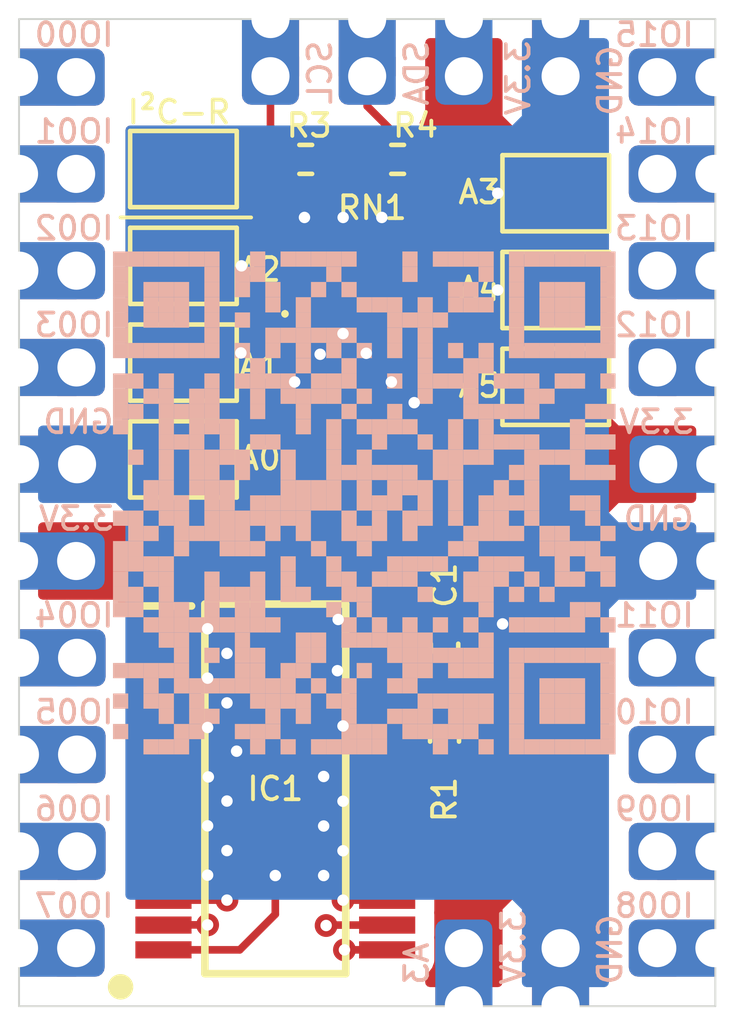
<source format=kicad_pcb>
(kicad_pcb (version 20240108) (generator "pcbnew") (generator_version "8.0")
  (layers (0 "F.Cu" signal) (1 "In1.Cu" signal) (2 "In2.Cu" signal) (31 "B.Cu" signal) (34 "B.Paste" user) (35 "F.Paste" user) (36 "B.SilkS" user "B.Silkscreen") (37 "F.SilkS" user "F.Silkscreen") (38 "B.Mask" user) (39 "F.Mask" user) (44 "Edge.Cuts" user))
  (net 0 "")
  (net 1 "/A2")
  (net 2 "/A1")
  (net 3 "/IO14")
  (net 5 "/IO4")
  (net 6 "/IO15")
  (net 7 "/A5")
  (net 8 "/IO2")
  (net 9 "/SCL")
  (net 10 "/IO11")
  (net 11 "GNDD")
  (net 12 "/IO1")
  (net 13 "/IO5")
  (net 14 "/A3")
  (net 15 "/IO13")
  (net 16 "/IO10")
  (net 17 "/IO8")
  (net 18 "/IO12")
  (net 19 "/A0")
  (net 20 "+3.3V")
  (net 21 "/A4")
  (net 22 "/IO3")
  (net 23 "/IO6")
  (net 24 "/IO7")
  (net 25 "/IO0")
  (net 26 "/IO9")
  (net 27 "/~{OE}")
  (net 28 "/SDA")
  (net 29 "Net-(JP2-A)")
  (footprint "Castellated_Holes:Castellated_Hole02" (layer "F.Cu") (at 96.52 79.756)
    (property "Reference" "J1" (hide yes))
    (property "Value" "~" (hide yes))
    (pad "1" thru_hole rect (at 0 0) (size 1.5 1.5) (drill 1 (offset 0.75 0)) (property pad_prop_castellated) (layers "*.Cu" "*.Mask") (net 25 "/IO0"))
    (pad "1" thru_hole roundrect (at 1.5 0) (size 1.5 1.5) (drill 1) (property pad_prop_castellated) (layers "*.Cu" "*.Mask") (roundrect_rratio 0.1666666667) (net 25 "/IO0"))
  )
  (footprint "Jumper:SolderJumper-2_P1.3mm_Open_TrianglePad1.0x1.5mm" (layer "F.Cu") (at 110.617 82.804)
    (property "Reference" "JP5" (hide yes))
    (property "Value" "SolderJumper_2_Open" (hide yes))
    (pad "1" smd custom (at -0.725 0) (size 0.3 0.3) (layers "F.Cu" "F.Mask") (net 14 "/A3") (options (clearance outline) (anchor rect)) (primitives (gr_poly (pts (xy 1 0) (xy 0.5 0.75) (xy -0.5 0.75) (xy -0.5 -0.75) (xy 0.5 -0.75)) (width 0) (fill yes))))
    (pad "2" smd custom (at 0.725 0) (size 0.3 0.3) (layers "F.Cu" "F.Mask") (net 20 "+3.3V") (options (clearance outline) (anchor rect)) (primitives (gr_poly (pts (xy 0.5 0.75) (xy -0.65 0.75) (xy -0.15 0) (xy -0.65 -0.75) (xy 0.5 -0.75)) (width 0) (fill yes))))
  )
  (footprint "Castellated_Holes:Castellated_Hole02" (layer "F.Cu") (at 114.784 102.616 180)
    (property "Reference" "J9" (hide yes))
    (property "Value" "~" (hide yes))
    (pad "1" thru_hole rect (at 0 0 180) (size 1.5 1.5) (drill 1 (offset 0.75 0)) (property pad_prop_castellated) (layers "*.Cu" "*.Mask") (net 17 "/IO8"))
    (pad "1" thru_hole roundrect (at 1.5 0 180) (size 1.5 1.5) (drill 1) (property pad_prop_castellated) (layers "*.Cu" "*.Mask") (roundrect_rratio 0.1666666667) (net 17 "/IO8"))
  )
  (footprint "Castellated_Holes:Castellated_Hole02" (layer "F.Cu") (at 114.784 87.376 180)
    (property "Reference" "J13" (hide yes))
    (property "Value" "~" (hide yes))
    (pad "1" thru_hole rect (at 0 0 180) (size 1.5 1.5) (drill 1 (offset 0.75 0)) (property pad_prop_castellated) (layers "*.Cu" "*.Mask") (net 18 "/IO12"))
    (pad "1" thru_hole roundrect (at 1.5 0 180) (size 1.5 1.5) (drill 1) (property pad_prop_castellated) (layers "*.Cu" "*.Mask") (roundrect_rratio 0.1666666667) (net 18 "/IO12"))
  )
  (footprint "Resistor_SMD:R_0402_1005Metric_Pad0.72x0.64mm_HandSolder" (layer "F.Cu") (at 106.4635 81.915 180)
    (property "Reference" "R4" (at -0.4705 0.889 180) (layer "F.SilkS") (effects (font (size 0.6 0.6) (thickness 0.1) (bold yes))))
    (property "Value" "10k" (hide yes))
    (pad "1" smd roundrect (at -0.5975 0 180) (size 0.715 0.64) (layers "F.Cu" "F.Paste" "F.Mask") (net 28 "/SDA"))
    (pad "2" smd roundrect (at 0.5975 0 180) (size 0.715 0.64) (layers "F.Cu" "F.Paste" "F.Mask") (net 29 "Net-(JP2-A)"))
  )
  (footprint "Castellated_Holes:Castellated_Hole02" (layer "F.Cu") (at 114.784 94.996 180)
    (property "Reference" "J12" (hide yes))
    (property "Value" "~" (hide yes))
    (pad "1" thru_hole rect (at 0 0 180) (size 1.5 1.5) (drill 1 (offset 0.75 0)) (property pad_prop_castellated) (layers "*.Cu" "*.Mask") (net 10 "/IO11"))
    (pad "1" thru_hole roundrect (at 1.5 0 180) (size 1.5 1.5) (drill 1) (property pad_prop_castellated) (layers "*.Cu" "*.Mask") (roundrect_rratio 0.1666666667) (net 10 "/IO11"))
  )
  (footprint "Castellated_Holes:Castellated_Hole02" (layer "F.Cu") (at 114.784 97.536 180)
    (property "Reference" "J11" (hide yes))
    (property "Value" "~" (hide yes))
    (pad "1" thru_hole rect (at 0 0 180) (size 1.5 1.5) (drill 1 (offset 0.75 0)) (property pad_prop_castellated) (layers "*.Cu" "*.Mask") (net 16 "/IO10"))
    (pad "1" thru_hole roundrect (at 1.5 0 180) (size 1.5 1.5) (drill 1) (property pad_prop_castellated) (layers "*.Cu" "*.Mask") (roundrect_rratio 0.1666666667) (net 16 "/IO10"))
  )
  (footprint "Jumper:SolderJumper-2_P1.3mm_Open_TrianglePad1.0x1.5mm" (layer "F.Cu") (at 100.838 82.169 180)
    (property "Reference" "JP2" (hide yes))
    (property "Value" "SolderJumper_2_Open" (hide yes))
    (pad "1" smd custom (at -0.725 0 180) (size 0.3 0.3) (layers "F.Cu" "F.Mask") (net 29 "Net-(JP2-A)") (options (clearance outline) (anchor rect)) (primitives (gr_poly (pts (xy 1 0) (xy 0.5 0.75) (xy -0.5 0.75) (xy -0.5 -0.75) (xy 0.5 -0.75)) (width 0) (fill yes))))
    (pad "2" smd custom (at 0.725 0 180) (size 0.3 0.3) (layers "F.Cu" "F.Mask") (net 20 "+3.3V") (options (clearance outline) (anchor rect)) (primitives (gr_poly (pts (xy 0.5 0.75) (xy -0.65 0.75) (xy -0.15 0) (xy -0.65 -0.75) (xy 0.5 -0.75)) (width 0) (fill yes))))
  )
  (footprint "Castellated_Holes:Castellated_Hole02" (layer "F.Cu") (at 96.544 94.996)
    (property "Reference" "J5" (hide yes))
    (property "Value" "~" (hide yes))
    (pad "1" thru_hole rect (at 0 0) (size 1.5 1.5) (drill 1 (offset 0.75 0)) (property pad_prop_castellated) (layers "*.Cu" "*.Mask") (net 5 "/IO4"))
    (pad "1" thru_hole roundrect (at 1.5 0) (size 1.5 1.5) (drill 1) (property pad_prop_castellated) (layers "*.Cu" "*.Mask") (roundrect_rratio 0.1666666667) (net 5 "/IO4"))
  )
  (footprint "Resistor_SMD:R_0402_1005Metric_Pad0.72x0.64mm_HandSolder" (layer "F.Cu") (at 104.0505 81.915)
    (property "Reference" "R3" (at 0.0895 -0.889 0) (layer "F.SilkS") (effects (font (size 0.6 0.6) (thickness 0.1) (bold yes))))
    (property "Value" "10k" (hide yes))
    (pad "1" smd roundrect (at -0.5975 0) (size 0.715 0.64) (layers "F.Cu" "F.Paste" "F.Mask") (net 9 "/SCL"))
    (pad "2" smd roundrect (at 0.5975 0) (size 0.715 0.64) (layers "F.Cu" "F.Paste" "F.Mask") (net 29 "Net-(JP2-A)"))
  )
  (footprint "Castellated_Holes:Castellated_Hole02" (layer "F.Cu") (at 110.744 78.232 -90)
    (property "Reference" "J30" (hide yes))
    (property "Value" "~" (hide yes))
    (pad "1" thru_hole rect (at 0 0 270) (size 1.5 1.5) (drill 1 (offset 0.75 0)) (property pad_prop_castellated) (layers "*.Cu" "*.Mask") (net 11 "GNDD"))
    (pad "1" thru_hole roundrect (at 1.5 0 270) (size 1.5 1.5) (drill 1) (property pad_prop_castellated) (layers "*.Cu" "*.Mask") (roundrect_rratio 0.1666666667) (net 11 "GNDD"))
  )
  (footprint "Castellated_Holes:Castellated_Hole02" (layer "F.Cu") (at 108.204 104.116 90)
    (property "Reference" "J21" (hide yes))
    (property "Value" "~" (hide yes))
    (pad "1" thru_hole rect (at 0 0 90) (size 1.5 1.5) (drill 1 (offset 0.75 0)) (property pad_prop_castellated) (layers "*.Cu" "*.Mask") (net 20 "+3.3V"))
    (pad "1" thru_hole roundrect (at 1.5 0 90) (size 1.5 1.5) (drill 1) (property pad_prop_castellated) (layers "*.Cu" "*.Mask") (roundrect_rratio 0.1666666667) (net 20 "+3.3V"))
  )
  (footprint "Castellated_Holes:Castellated_Hole02" (layer "F.Cu") (at 96.544 100.076)
    (property "Reference" "J7" (hide yes))
    (property "Value" "~" (hide yes))
    (pad "1" thru_hole rect (at 0 0) (size 1.5 1.5) (drill 1 (offset 0.75 0)) (property pad_prop_castellated) (layers "*.Cu" "*.Mask") (net 23 "/IO6"))
    (pad "1" thru_hole roundrect (at 1.5 0) (size 1.5 1.5) (drill 1) (property pad_prop_castellated) (layers "*.Cu" "*.Mask") (roundrect_rratio 0.1666666667) (net 23 "/IO6"))
  )
  (footprint "Castellated_Holes:Castellated_Hole02" (layer "F.Cu") (at 96.52 92.456)
    (property "Reference" "J19" (hide yes))
    (property "Value" "~" (hide yes))
    (pad "1" thru_hole rect (at 0 0) (size 1.5 1.5) (drill 1 (offset 0.75 0)) (property pad_prop_castellated) (layers "*.Cu" "*.Mask") (net 20 "+3.3V"))
    (pad "1" thru_hole roundrect (at 1.5 0) (size 1.5 1.5) (drill 1) (property pad_prop_castellated) (layers "*.Cu" "*.Mask") (roundrect_rratio 0.1666666667) (net 20 "+3.3V"))
  )
  (footprint "Castellated_Holes:Castellated_Hole02" (layer "F.Cu") (at 108.204 78.232 -90)
    (property "Reference" "J23" (hide yes))
    (property "Value" "~" (hide yes))
    (pad "1" thru_hole rect (at 0 0 270) (size 1.5 1.5) (drill 1 (offset 0.75 0)) (property pad_prop_castellated) (layers "*.Cu" "*.Mask") (net 20 "+3.3V"))
    (pad "1" thru_hole roundrect (at 1.5 0 270) (size 1.5 1.5) (drill 1) (property pad_prop_castellated) (layers "*.Cu" "*.Mask") (roundrect_rratio 0.1666666667) (net 20 "+3.3V"))
  )
  (footprint "Castellated_Holes:Castellated_Hole02" (layer "F.Cu") (at 114.784 82.296 180)
    (property "Reference" "J15" (hide yes))
    (property "Value" "~" (hide yes))
    (pad "1" thru_hole rect (at 0 0 180) (size 1.5 1.5) (drill 1 (offset 0.75 0)) (property pad_prop_castellated) (layers "*.Cu" "*.Mask") (net 3 "/IO14"))
    (pad "1" thru_hole roundrect (at 1.5 0 180) (size 1.5 1.5) (drill 1) (property pad_prop_castellated) (layers "*.Cu" "*.Mask") (roundrect_rratio 0.1666666667) (net 3 "/IO14"))
  )
  (footprint "library:SOP65P640X110-28N" (layer "F.Cu") (at 103.251 98.436)
    (property "Reference" "IC1" (at 0 0 0) (layer "F.SilkS") (effects (font (size 0.6 0.6) (thickness 0.1) (bold yes))))
    (property "Value" "PCA9685PW,118" (hide yes))
    (pad "1" smd rect (at -2.938 -4.225 90) (size 0.45 1.475) (layers "F.Cu" "F.Paste" "F.Mask") (net 19 "/A0"))
    (pad "2" smd rect (at -2.938 -3.575 90) (size 0.45 1.475) (layers "F.Cu" "F.Paste" "F.Mask") (net 2 "/A1"))
    (pad "3" smd rect (at -2.938 -2.925 90) (size 0.45 1.475) (layers "F.Cu" "F.Paste" "F.Mask") (net 1 "/A2"))
    (pad "4" smd rect (at -2.938 -2.275 90) (size 0.45 1.475) (layers "F.Cu" "F.Paste" "F.Mask") (net 14 "/A3"))
    (pad "5" smd rect (at -2.938 -1.625 90) (size 0.45 1.475) (layers "F.Cu" "F.Paste" "F.Mask") (net 21 "/A4"))
    (pad "6" smd rect (at -2.938 -0.975 90) (size 0.45 1.475) (layers "F.Cu" "F.Paste" "F.Mask") (net 25 "/IO0"))
    (pad "7" smd rect (at -2.938 -0.325 90) (size 0.45 1.475) (layers "F.Cu" "F.Paste" "F.Mask") (net 12 "/IO1"))
    (pad "8" smd rect (at -2.938 0.325 90) (size 0.45 1.475) (layers "F.Cu" "F.Paste" "F.Mask") (net 8 "/IO2"))
    (pad "9" smd rect (at -2.938 0.975 90) (size 0.45 1.475) (layers "F.Cu" "F.Paste" "F.Mask") (net 22 "/IO3"))
    (pad "10" smd rect (at -2.938 1.625 90) (size 0.45 1.475) (layers "F.Cu" "F.Paste" "F.Mask") (net 5 "/IO4"))
    (pad "11" smd rect (at -2.938 2.275 90) (size 0.45 1.475) (layers "F.Cu" "F.Paste" "F.Mask") (net 13 "/IO5"))
    (pad "12" smd rect (at -2.938 2.925 90) (size 0.45 1.475) (layers "F.Cu" "F.Paste" "F.Mask") (net 23 "/IO6"))
    (pad "13" smd rect (at -2.938 3.575 90) (size 0.45 1.475) (layers "F.Cu" "F.Paste" "F.Mask") (net 24 "/IO7"))
    (pad "14" smd rect (at -2.938 4.225 90) (size 0.45 1.475) (layers "F.Cu" "F.Paste" "F.Mask") (net 11 "GNDD"))
    (pad "15" smd rect (at 2.938 4.225 90) (size 0.45 1.475) (layers "F.Cu" "F.Paste" "F.Mask") (net 17 "/IO8"))
    (pad "16" smd rect (at 2.938 3.575 90) (size 0.45 1.475) (layers "F.Cu" "F.Paste" "F.Mask") (net 26 "/IO9"))
    (pad "17" smd rect (at 2.938 2.925 90) (size 0.45 1.475) (layers "F.Cu" "F.Paste" "F.Mask") (net 16 "/IO10"))
    (pad "18" smd rect (at 2.938 2.275 90) (size 0.45 1.475) (layers "F.Cu" "F.Paste" "F.Mask") (net 10 "/IO11"))
    (pad "19" smd rect (at 2.938 1.625 90) (size 0.45 1.475) (layers "F.Cu" "F.Paste" "F.Mask") (net 18 "/IO12"))
    (pad "20" smd rect (at 2.938 0.975 90) (size 0.45 1.475) (layers "F.Cu" "F.Paste" "F.Mask") (net 15 "/IO13"))
    (pad "21" smd rect (at 2.938 0.325 90) (size 0.45 1.475) (layers "F.Cu" "F.Paste" "F.Mask") (net 3 "/IO14"))
    (pad "22" smd rect (at 2.938 -0.325 90) (size 0.45 1.475) (layers "F.Cu" "F.Paste" "F.Mask") (net 6 "/IO15"))
    (pad "23" smd rect (at 2.938 -0.975 90) (size 0.45 1.475) (layers "F.Cu" "F.Paste" "F.Mask") (net 27 "/~{OE}"))
    (pad "24" smd rect (at 2.938 -1.625 90) (size 0.45 1.475) (layers "F.Cu" "F.Paste" "F.Mask") (net 7 "/A5"))
    (pad "25" smd rect (at 2.938 -2.275 90) (size 0.45 1.475) (layers "F.Cu" "F.Paste" "F.Mask"))
    (pad "26" smd rect (at 2.938 -2.925 90) (size 0.45 1.475) (layers "F.Cu" "F.Paste" "F.Mask") (net 9 "/SCL"))
    (pad "27" smd rect (at 2.938 -3.575 90) (size 0.45 1.475) (layers "F.Cu" "F.Paste" "F.Mask") (net 28 "/SDA"))
    (pad "28" smd rect (at 2.938 -4.225 90) (size 0.45 1.475) (layers "F.Cu" "F.Paste" "F.Mask") (net 20 "+3.3V"))
  )
  (footprint "Resistor_SMD:R_0402_1005Metric_Pad0.72x0.64mm_HandSolder" (layer "F.Cu") (at 107.696 97.028 -90)
    (property "Reference" "R1" (at 1.6885 0 90) (layer "F.SilkS") (effects (font (size 0.6 0.6) (thickness 0.1) (bold yes))))
    (property "Value" "10k" (hide yes))
    (pad "1" smd roundrect (at -0.5975 0 270) (size 0.715 0.64) (layers "F.Cu" "F.Paste" "F.Mask") (net 11 "GNDD"))
    (pad "2" smd roundrect (at 0.5975 0 270) (size 0.715 0.64) (layers "F.Cu" "F.Paste" "F.Mask") (net 27 "/~{OE}"))
  )
  (footprint "Jumper:SolderJumper-2_P1.3mm_Open_TrianglePad1.0x1.5mm" (layer "F.Cu") (at 110.617 85.344)
    (property "Reference" "JP6" (hide yes))
    (property "Value" "SolderJumper_2_Open" (hide yes))
    (pad "1" smd custom (at -0.725 0) (size 0.3 0.3) (layers "F.Cu" "F.Mask") (net 21 "/A4") (options (clearance outline) (anchor rect)) (primitives (gr_poly (pts (xy 1 0) (xy 0.5 0.75) (xy -0.5 0.75) (xy -0.5 -0.75) (xy 0.5 -0.75)) (width 0) (fill yes))))
    (pad "2" smd custom (at 0.725 0) (size 0.3 0.3) (layers "F.Cu" "F.Mask") (net 20 "+3.3V") (options (clearance outline) (anchor rect)) (primitives (gr_poly (pts (xy 0.5 0.75) (xy -0.65 0.75) (xy -0.15 0) (xy -0.65 -0.75) (xy 0.5 -0.75)) (width 0) (fill yes))))
  )
  (footprint "Castellated_Holes:Castellated_Hole02" (layer "F.Cu") (at 96.544 89.916)
    (property "Reference" "J18" (hide yes))
    (property "Value" "~" (hide yes))
    (pad "1" thru_hole rect (at 0 0) (size 1.5 1.5) (drill 1 (offset 0.75 0)) (property pad_prop_castellated) (layers "*.Cu" "*.Mask") (net 11 "GNDD"))
    (pad "1" thru_hole roundrect (at 1.5 0) (size 1.5 1.5) (drill 1) (property pad_prop_castellated) (layers "*.Cu" "*.Mask") (roundrect_rratio 0.1666666667) (net 11 "GNDD"))
  )
  (footprint "Jumper:SolderJumper-2_P1.3mm_Open_TrianglePad1.0x1.5mm" (layer "F.Cu") (at 100.838 84.709 180)
    (property "Reference" "JP4" (hide yes))
    (property "Value" "SolderJumper_2_Open" (hide yes))
    (pad "1" smd custom (at -0.725 0 180) (size 0.3 0.3) (layers "F.Cu" "F.Mask") (net 1 "/A2") (options (clearance outline) (anchor rect)) (primitives (gr_poly (pts (xy 1 0) (xy 0.5 0.75) (xy -0.5 0.75) (xy -0.5 -0.75) (xy 0.5 -0.75)) (width 0) (fill yes))))
    (pad "2" smd custom (at 0.725 0 180) (size 0.3 0.3) (layers "F.Cu" "F.Mask") (net 20 "+3.3V") (options (clearance outline) (anchor rect)) (primitives (gr_poly (pts (xy 0.5 0.75) (xy -0.65 0.75) (xy -0.15 0) (xy -0.65 -0.75) (xy 0.5 -0.75)) (width 0) (fill yes))))
  )
  (footprint "Jumper:SolderJumper-2_P1.3mm_Open_TrianglePad1.0x1.5mm" (layer "F.Cu") (at 110.617 87.884)
    (property "Reference" "JP7" (hide yes))
    (property "Value" "SolderJumper_2_Open" (hide yes))
    (pad "1" smd custom (at -0.725 0) (size 0.3 0.3) (layers "F.Cu" "F.Mask") (net 7 "/A5") (options (clearance outline) (anchor rect)) (primitives (gr_poly (pts (xy 1 0) (xy 0.5 0.75) (xy -0.5 0.75) (xy -0.5 -0.75) (xy 0.5 -0.75)) (width 0) (fill yes))))
    (pad "2" smd custom (at 0.725 0) (size 0.3 0.3) (layers "F.Cu" "F.Mask") (net 20 "+3.3V") (options (clearance outline) (anchor rect)) (primitives (gr_poly (pts (xy 0.5 0.75) (xy -0.65 0.75) (xy -0.15 0) (xy -0.65 -0.75) (xy 0.5 -0.75)) (width 0) (fill yes))))
  )
  (footprint "Castellated_Holes:Castellated_Hole02" (layer "F.Cu") (at 110.744 104.116 90)
    (property "Reference" "J22" (hide yes))
    (property "Value" "~" (hide yes))
    (pad "1" thru_hole rect (at 0 0 90) (size 1.5 1.5) (drill 1 (offset 0.75 0)) (property pad_prop_castellated) (layers "*.Cu" "*.Mask") (net 11 "GNDD"))
    (pad "1" thru_hole roundrect (at 1.5 0 90) (size 1.5 1.5) (drill 1) (property pad_prop_castellated) (layers "*.Cu" "*.Mask") (roundrect_rratio 0.1666666667) (net 11 "GNDD"))
  )
  (footprint "Castellated_Holes:Castellated_Hole02" (layer "F.Cu") (at 114.808 92.456 180)
    (property "Reference" "J20" (hide yes))
    (property "Value" "~" (hide yes))
    (pad "1" thru_hole rect (at 0 0 180) (size 1.5 1.5) (drill 1 (offset 0.75 0)) (property pad_prop_castellated) (layers "*.Cu" "*.Mask") (net 11 "GNDD"))
    (pad "1" thru_hole roundrect (at 1.5 0 180) (size 1.5 1.5) (drill 1) (property pad_prop_castellated) (layers "*.Cu" "*.Mask") (roundrect_rratio 0.1666666667) (net 11 "GNDD"))
  )
  (footprint "Castellated_Holes:Castellated_Hole02" (layer "F.Cu") (at 96.528 87.376)
    (property "Reference" "J4" (hide yes))
    (property "Value" "~" (hide yes))
    (pad "1" thru_hole rect (at 0 0) (size 1.5 1.5) (drill 1 (offset 0.75 0)) (property pad_prop_castellated) (layers "*.Cu" "*.Mask") (net 22 "/IO3"))
    (pad "1" thru_hole roundrect (at 1.5 0) (size 1.5 1.5) (drill 1) (property pad_prop_castellated) (layers "*.Cu" "*.Mask") (roundrect_rratio 0.1666666667) (net 22 "/IO3"))
  )
  (footprint "Jumper:SolderJumper-2_P1.3mm_Open_TrianglePad1.0x1.5mm" (layer "F.Cu") (at 100.838 89.789 180)
    (property "Reference" "JP1" (hide yes))
    (property "Value" "SolderJumper_2_Open" (hide yes))
    (pad "1" smd custom (at -0.725 0 180) (size 0.3 0.3) (layers "F.Cu" "F.Mask") (net 19 "/A0") (options (clearance outline) (anchor rect)) (primitives (gr_poly (pts (xy 1 0) (xy 0.5 0.75) (xy -0.5 0.75) (xy -0.5 -0.75) (xy 0.5 -0.75)) (width 0) (fill yes))))
    (pad "2" smd custom (at 0.725 0 180) (size 0.3 0.3) (layers "F.Cu" "F.Mask") (net 20 "+3.3V") (options (clearance outline) (anchor rect)) (primitives (gr_poly (pts (xy 0.5 0.75) (xy -0.65 0.75) (xy -0.15 0) (xy -0.65 -0.75) (xy 0.5 -0.75)) (width 0) (fill yes))))
  )
  (footprint "Castellated_Holes:Castellated_Hole02" (layer "F.Cu") (at 114.784 79.756 180)
    (property "Reference" "J16" (hide yes))
    (property "Value" "~" (hide yes))
    (pad "1" thru_hole rect (at 0 0 180) (size 1.5 1.5) (drill 1 (offset 0.75 0)) (property pad_prop_castellated) (layers "*.Cu" "*.Mask") (net 6 "/IO15"))
    (pad "1" thru_hole roundrect (at 1.5 0 180) (size 1.5 1.5) (drill 1) (property pad_prop_castellated) (layers "*.Cu" "*.Mask") (roundrect_rratio 0.1666666667) (net 6 "/IO15"))
  )
  (footprint "Castellated_Holes:Castellated_Hole02" (layer "F.Cu") (at 114.784 84.836 180)
    (property "Reference" "J14" (hide yes))
    (property "Value" "~" (hide yes))
    (pad "1" thru_hole rect (at 0 0 180) (size 1.5 1.5) (drill 1 (offset 0.75 0)) (property pad_prop_castellated) (layers "*.Cu" "*.Mask") (net 15 "/IO13"))
    (pad "1" thru_hole roundrect (at 1.5 0 180) (size 1.5 1.5) (drill 1) (property pad_prop_castellated) (layers "*.Cu" "*.Mask") (roundrect_rratio 0.1666666667) (net 15 "/IO13"))
  )
  (footprint "Castellated_Holes:Castellated_Hole02" (layer "F.Cu") (at 105.664 78.232 -90)
    (property "Reference" "J29" (hide yes))
    (property "Value" "~" (hide yes))
    (pad "1" thru_hole rect (at 0 0 270) (size 1.5 1.5) (drill 1 (offset 0.75 0)) (property pad_prop_castellated) (layers "*.Cu" "*.Mask") (net 28 "/SDA"))
    (pad "1" thru_hole roundrect (at 1.5 0 270) (size 1.5 1.5) (drill 1) (property pad_prop_castellated) (layers "*.Cu" "*.Mask") (roundrect_rratio 0.1666666667) (net 28 "/SDA"))
  )
  (footprint "Castellated_Holes:Castellated_Hole02" (layer "F.Cu") (at 103.124 78.232 -90)
    (property "Reference" "J28" (hide yes))
    (property "Value" "~" (hide yes))
    (pad "1" thru_hole rect (at 0 0 270) (size 1.5 1.5) (drill 1 (offset 0.75 0)) (property pad_prop_castellated) (layers "*.Cu" "*.Mask") (net 9 "/SCL"))
    (pad "1" thru_hole roundrect (at 1.5 0 270) (size 1.5 1.5) (drill 1) (property pad_prop_castellated) (layers "*.Cu" "*.Mask") (roundrect_rratio 0.1666666667) (net 9 "/SCL"))
  )
  (footprint "Castellated_Holes:Castellated_Hole02" (layer "F.Cu") (at 114.808 89.916 180)
    (property "Reference" "J17" (hide yes))
    (property "Value" "~" (hide yes))
    (pad "1" thru_hole rect (at 0 0 180) (size 1.5 1.5) (drill 1 (offset 0.75 0)) (property pad_prop_castellated) (layers "*.Cu" "*.Mask") (net 20 "+3.3V"))
    (pad "1" thru_hole roundrect (at 1.5 0 180) (size 1.5 1.5) (drill 1) (property pad_prop_castellated) (layers "*.Cu" "*.Mask") (roundrect_rratio 0.1666666667) (net 20 "+3.3V"))
  )
  (footprint "Castellated_Holes:Castellated_Hole02" (layer "F.Cu") (at 96.52 102.616)
    (property "Reference" "J8" (hide yes))
    (property "Value" "~" (hide yes))
    (pad "1" thru_hole rect (at 0 0) (size 1.5 1.5) (drill 1 (offset 0.75 0)) (property pad_prop_castellated) (layers "*.Cu" "*.Mask") (net 24 "/IO7"))
    (pad "1" thru_hole roundrect (at 1.5 0) (size 1.5 1.5) (drill 1) (property pad_prop_castellated) (layers "*.Cu" "*.Mask") (roundrect_rratio 0.1666666667) (net 24 "/IO7"))
  )
  (footprint "Castellated_Holes:Castellated_Hole02" (layer "F.Cu") (at 96.52 82.296)
    (property "Reference" "J2" (hide yes))
    (property "Value" "~" (hide yes))
    (pad "1" thru_hole rect (at 0 0) (size 1.5 1.5) (drill 1 (offset 0.75 0)) (property pad_prop_castellated) (layers "*.Cu" "*.Mask") (net 12 "/IO1"))
    (pad "1" thru_hole roundrect (at 1.5 0) (size 1.5 1.5) (drill 1) (property pad_prop_castellated) (layers "*.Cu" "*.Mask") (roundrect_rratio 0.1666666667) (net 12 "/IO1"))
  )
  (footprint "Castellated_Holes:Castellated_Hole02" (layer "F.Cu") (at 96.544 97.536)
    (property "Reference" "J6" (hide yes))
    (property "Value" "~" (hide yes))
    (pad "1" thru_hole rect (at 0 0) (size 1.5 1.5) (drill 1 (offset 0.75 0)) (property pad_prop_castellated) (layers "*.Cu" "*.Mask") (net 13 "/IO5"))
    (pad "1" thru_hole roundrect (at 1.5 0) (size 1.5 1.5) (drill 1) (property pad_prop_castellated) (layers "*.Cu" "*.Mask") (roundrect_rratio 0.1666666667) (net 13 "/IO5"))
  )
  (footprint "Castellated_Holes:Castellated_Hole02" (layer "F.Cu") (at 114.784 100.076 180)
    (property "Reference" "J10" (hide yes))
    (property "Value" "~" (hide yes))
    (pad "1" thru_hole rect (at 0 0 180) (size 1.5 1.5) (drill 1 (offset 0.75 0)) (property pad_prop_castellated) (layers "*.Cu" "*.Mask") (net 26 "/IO9"))
    (pad "1" thru_hole roundrect (at 1.5 0 180) (size 1.5 1.5) (drill 1) (property pad_prop_castellated) (layers "*.Cu" "*.Mask") (roundrect_rratio 0.1666666667) (net 26 "/IO9"))
  )
  (footprint "Capacitor_SMD:C_0402_1005Metric_Pad0.74x0.62mm_HandSolder" (layer "F.Cu") (at 107.696 94.742 -90)
    (property "Reference" "C1" (at -1.651 0 90) (layer "F.SilkS") (effects (font (size 0.6 0.6) (thickness 0.1) (bold yes))))
    (property "Value" "10uF" (hide yes))
    (pad "1" smd roundrect (at -0.5675 0 270) (size 0.735 0.62) (layers "F.Cu" "F.Paste" "F.Mask") (net 20 "+3.3V"))
    (pad "2" smd roundrect (at 0.5675 0 270) (size 0.735 0.62) (layers "F.Cu" "F.Paste" "F.Mask") (net 11 "GNDD"))
  )
  (footprint "library:YC248JR0710KL" (layer "F.Cu") (at 105.791 84.903)
    (property "Reference" "RN1" (at 0.004 -1.718 0) (layer "F.SilkS") (effects (font (size 0.6 0.6) (thickness 0.1) (bold yes))))
    (property "Value" "YC248-JR-0710KL" (hide yes))
    (pad "1" smd rect (at -1.75 0.575) (size 0.3 0.65) (layers "F.Cu" "F.Paste" "F.Mask") (net 19 "/A0"))
    (pad "2" smd rect (at -1.25 0.575) (size 0.3 0.65) (layers "F.Cu" "F.Paste" "F.Mask") (net 2 "/A1"))
    (pad "3" smd rect (at -0.75 0.575) (size 0.3 0.65) (layers "F.Cu" "F.Paste" "F.Mask") (net 1 "/A2"))
    (pad "4" smd rect (at -0.25 0.575) (size 0.3 0.65) (layers "F.Cu" "F.Paste" "F.Mask") (net 14 "/A3"))
    (pad "5" smd rect (at 0.25 0.575) (size 0.3 0.65) (layers "F.Cu" "F.Paste" "F.Mask") (net 21 "/A4"))
    (pad "6" smd rect (at 0.75 0.575) (size 0.3 0.65) (layers "F.Cu" "F.Paste" "F.Mask") (net 7 "/A5"))
    (pad "7" smd rect (at 1.25 0.575) (size 0.3 0.65) (layers "F.Cu" "F.Paste" "F.Mask"))
    (pad "8" smd rect (at 1.75 0.575) (size 0.3 0.65) (layers "F.Cu" "F.Paste" "F.Mask"))
    (pad "9" smd rect (at 1.75 -0.575) (size 0.3 0.65) (layers "F.Cu" "F.Paste" "F.Mask"))
    (pad "10" smd rect (at 1.25 -0.575) (size 0.3 0.65) (layers "F.Cu" "F.Paste" "F.Mask"))
    (pad "11" smd rect (at 0.75 -0.575) (size 0.3 0.65) (layers "F.Cu" "F.Paste" "F.Mask") (net 11 "GNDD"))
    (pad "12" smd rect (at 0.25 -0.575) (size 0.3 0.65) (layers "F.Cu" "F.Paste" "F.Mask") (net 11 "GNDD"))
    (pad "13" smd rect (at -0.25 -0.575) (size 0.3 0.65) (layers "F.Cu" "F.Paste" "F.Mask") (net 11 "GNDD"))
    (pad "14" smd rect (at -0.75 -0.575) (size 0.3 0.65) (layers "F.Cu" "F.Paste" "F.Mask") (net 11 "GNDD"))
    (pad "15" smd rect (at -1.25 -0.575) (size 0.3 0.65) (layers "F.Cu" "F.Paste" "F.Mask") (net 11 "GNDD"))
    (pad "16" smd rect (at -1.75 -0.575) (size 0.3 0.65) (layers "F.Cu" "F.Paste" "F.Mask") (net 11 "GNDD"))
  )
  (footprint "Castellated_Holes:Castellated_Hole02" (layer "F.Cu") (at 96.528 84.836)
    (property "Reference" "J3" (hide yes))
    (property "Value" "~" (hide yes))
    (pad "1" thru_hole rect (at 0 0) (size 1.5 1.5) (drill 1 (offset 0.75 0)) (property pad_prop_castellated) (layers "*.Cu" "*.Mask") (net 8 "/IO2"))
    (pad "1" thru_hole roundrect (at 1.5 0) (size 1.5 1.5) (drill 1) (property pad_prop_castellated) (layers "*.Cu" "*.Mask") (roundrect_rratio 0.1666666667) (net 8 "/IO2"))
  )
  (footprint "Jumper:SolderJumper-2_P1.3mm_Open_TrianglePad1.0x1.5mm" (layer "F.Cu") (at 100.838 87.249 180)
    (property "Reference" "JP3" (hide yes))
    (property "Value" "SolderJumper_2_Open" (hide yes))
    (pad "1" smd custom (at -0.725 0 180) (size 0.3 0.3) (layers "F.Cu" "F.Mask") (net 2 "/A1") (options (clearance outline) (anchor rect)) (primitives (gr_poly (pts (xy 1 0) (xy 0.5 0.75) (xy -0.5 0.75) (xy -0.5 -0.75) (xy 0.5 -0.75)) (width 0) (fill yes))))
    (pad "2" smd custom (at 0.725 0 180) (size 0.3 0.3) (layers "F.Cu" "F.Mask") (net 20 "+3.3V") (options (clearance outline) (anchor rect)) (primitives (gr_poly (pts (xy 0.5 0.75) (xy -0.65 0.75) (xy -0.15 0) (xy -0.65 -0.75) (xy 0.5 -0.75)) (width 0) (fill yes))))
  )
  (footprint "https://github.com/fanningert/kicad_pcb_ioexpander" (layer "B.Cu") (at 105.5878 90.932 180)
    (property "Reference" "QR*****" (hide yes))
    (property "Value" "https://github.com/fanningert/kicad_pcb_ioexpander" (hide yes))
  )
  (gr_line (start 99.187 83.439) (end 102.616 83.439) (stroke (width 0.1)) (layer "F.SilkS"))
  (gr_circle (center 99.187 103.632) (end 99.470981 103.632) (stroke (width 0.1)) (fill solid) (layer "F.SilkS"))
  (gr_line (start 96.52 104.14) (end 114.808 104.14) (stroke (width 0.05)) (layer "Edge.Cuts"))
  (gr_line (start 114.808 104.14) (end 114.808 78.232) (stroke (width 0.05)) (layer "Edge.Cuts"))
  (gr_line (start 114.808 78.232) (end 96.52 78.232) (stroke (width 0.05)) (layer "Edge.Cuts"))
  (gr_line (start 96.52 78.232) (end 96.52 104.14) (stroke (width 0.05)) (layer "Edge.Cuts"))
  (gr_text "IO04" (at 99.06 94.234 0) (layer "B.SilkS") (effects (font (size 0.6 0.6) (thickness 0.1)) (justify left bottom mirror)))
  (gr_text "IO08" (at 114.3 101.854 0) (layer "B.SilkS") (effects (font (size 0.6 0.6) (thickness 0.1)) (justify left bottom mirror)))
  (gr_text "IO07" (at 99.06 101.854 0) (layer "B.SilkS") (effects (font (size 0.6 0.6) (thickness 0.1)) (justify left bottom mirror)))
  (gr_text "GND" (at 99.06 89.154 0) (layer "B.SilkS") (effects (font (size 0.6 0.6) (thickness 0.1)) (justify left bottom mirror)))
  (gr_text "IO01" (at 99.06 81.534 0) (layer "B.SilkS") (effects (font (size 0.6 0.6) (thickness 0.1)) (justify left bottom mirror)))
  (gr_text "IO12" (at 114.3 86.614 0) (layer "B.SilkS") (effects (font (size 0.6 0.6) (thickness 0.1)) (justify left bottom mirror)))
  (gr_text "GND" (at 112.395 78.867 90) (layer "B.SilkS") (effects (font (size 0.6 0.6) (thickness 0.1)) (justify left bottom mirror)))
  (gr_text "IO00" (at 99.06 78.994 0) (layer "B.SilkS") (effects (font (size 0.6 0.6) (thickness 0.1)) (justify left bottom mirror)))
  (gr_text "IO10" (at 114.3 96.774 0) (layer "B.SilkS") (effects (font (size 0.6 0.6) (thickness 0.1)) (justify left bottom mirror)))
  (gr_text "3.3V" (at 109.855 103.632 90) (layer "B.SilkS") (effects (font (size 0.6 0.6) (thickness 0.1)) (justify right bottom mirror)))
  (gr_text "IO09" (at 114.3 99.314 0) (layer "B.SilkS") (effects (font (size 0.6 0.6) (thickness 0.1)) (justify left bottom mirror)))
  (gr_text "SDA" (at 107.315 78.74 90) (layer "B.SilkS") (effects (font (size 0.6 0.6) (thickness 0.1)) (justify left bottom mirror)))
  (gr_text "IO15" (at 114.3 78.994 0) (layer "B.SilkS") (effects (font (size 0.6 0.6) (thickness 0.1)) (justify left bottom mirror)))
  (gr_text "3.3V" (at 99.06 91.694 0) (layer "B.SilkS") (effects (font (size 0.6 0.6) (thickness 0.1)) (justify left bottom mirror)))
  (gr_text "IO13" (at 114.3 84.074 0) (layer "B.SilkS") (effects (font (size 0.6 0.6) (thickness 0.1)) (justify left bottom mirror)))
  (gr_text "IO14" (at 114.3 81.534 0) (layer "B.SilkS") (effects (font (size 0.6 0.6) (thickness 0.1)) (justify left bottom mirror)))
  (gr_text "IO11" (at 114.3 94.234 0) (layer "B.SilkS") (effects (font (size 0.6 0.6) (thickness 0.1)) (justify left bottom mirror)))
  (gr_text "3.3V" (at 114.3 89.154 0) (layer "B.SilkS") (effects (font (size 0.6 0.6) (thickness 0.1)) (justify left bottom mirror)))
  (gr_text "IO06" (at 99.06 99.314 0) (layer "B.SilkS") (effects (font (size 0.6 0.6) (thickness 0.1)) (justify left bottom mirror)))
  (gr_text "SCL" (at 104.775 78.74 90) (layer "B.SilkS") (effects (font (size 0.6 0.6) (thickness 0.1)) (justify left bottom mirror)))
  (gr_text "GND" (at 114.3 91.694 0) (layer "B.SilkS") (effects (font (size 0.6 0.6) (thickness 0.1)) (justify left bottom mirror)))
  (gr_text "IO03" (at 99.06 86.614 0) (layer "B.SilkS") (effects (font (size 0.6 0.6) (thickness 0.1)) (justify left bottom mirror)))
  (gr_text "3.3V" (at 109.982 78.74 90) (layer "B.SilkS") (effects (font (size 0.6 0.6) (thickness 0.1)) (justify left bottom mirror)))
  (gr_text "IO02" (at 99.06 84.074 0) (layer "B.SilkS") (effects (font (size 0.6 0.6) (thickness 0.1)) (justify left bottom mirror)))
  (gr_text "A3" (at 107.315 103.632 90) (layer "B.SilkS") (effects (font (size 0.6 0.6) (thickness 0.1)) (justify right bottom mirror)))
  (gr_text "IO05" (at 99.06 96.774 0) (layer "B.SilkS") (effects (font (size 0.6 0.6) (thickness 0.1)) (justify left bottom mirror)))
  (gr_text "GND" (at 112.395 103.632 90) (layer "B.SilkS") (effects (font (size 0.6 0.6) (thickness 0.1)) (justify right bottom mirror)))
  (gr_text "A2" (at 102.235 84.455 0) (layer "F.SilkS") (effects (font (size 0.6 0.6) (thickness 0.1) (bold yes)) (justify left top)))
  (gr_text "I²C-R" (at 99.314 81.026 0) (layer "F.SilkS") (effects (font (size 0.6 0.6) (thickness 0.1) (bold yes)) (justify left bottom)))
  (gr_text "A5" (at 109.22 87.503 0) (layer "F.SilkS") (effects (font (size 0.6 0.6) (thickness 0.1) (bold yes)) (justify right top)))
  (gr_text "A0" (at 102.235 89.408 0) (layer "F.SilkS") (effects (font (size 0.6 0.6) (thickness 0.1) (bold yes)) (justify left top)))
  (gr_text "A3" (at 109.22 82.423 0) (layer "F.SilkS") (effects (font (size 0.6 0.6) (thickness 0.1) (bold yes)) (justify right top)))
  (gr_text "A4" (at 109.22 84.963 0) (layer "F.SilkS") (effects (font (size 0.6 0.6) (thickness 0.1) (bold yes)) (justify right top)))
  (gr_text "A1" (at 102.235 86.995 0) (layer "F.SilkS") (effects (font (size 0.6 0.6) (thickness 0.1) (bold yes)) (justify left top)))
  (segment (start 100.332 95.53) (end 100.313 95.511) (width 0.2) (layer "F.Cu") (net 1))
  (segment (start 101.473 95.53) (end 100.332 95.53) (width 0.2) (layer "F.Cu") (net 1))
  (segment (start 105.029 85.49) (end 105.041 85.478) (width 0.2) (layer "F.Cu") (net 1))
  (segment (start 105.029 86.487004) (end 105.029 85.49) (width 0.2) (layer "F.Cu") (net 1))
  (segment (start 101.454 95.511) (end 101.473 95.53) (width 0.2) (layer "F.Cu") (net 1))
  (segment (start 102.362 84.709) (end 101.563 84.709) (width 0.2) (layer "F.Cu") (net 1))
  (via blind (at 101.473 95.53) (size 0.6) (drill 0.3) (layers "F.Cu" "In1.Cu") (remove_unused_layers yes) (net 1))
  (via blind (at 102.362 84.709) (size 0.6) (drill 0.3) (layers "F.Cu" "In1.Cu") (net 1))
  (via blind (at 105.029 86.487004) (size 0.6) (drill 0.3) (layers "F.Cu" "In1.Cu") (net 1))
  (segment (start 104.541 86.126471) (end 104.541 85.478) (width 0.2) (layer "F.Cu") (net 2))
  (segment (start 102.346 86.995) (end 101.817 86.995) (width 0.2) (layer "F.Cu") (net 2))
  (segment (start 100.332 94.88) (end 100.313 94.861) (width 0.2) (layer "F.Cu") (net 2))
  (segment (start 101.962 94.861) (end 101.981 94.88) (width 0.2) (layer "F.Cu") (net 2))
  (segment (start 101.981 94.88) (end 100.332 94.88) (width 0.2) (layer "F.Cu") (net 2))
  (segment (start 104.429 87.03) (end 104.429 86.238471) (width 0.2) (layer "F.Cu") (net 2))
  (segment (start 101.817 86.995) (end 101.563 87.249) (width 0.2) (layer "F.Cu") (net 2))
  (segment (start 104.429 86.238471) (end 104.541 86.126471) (width 0.2) (layer "F.Cu") (net 2))
  (segment (start 101.981 94.88) (end 102.124 94.737) (width 0.2) (layer "F.Cu") (net 2))
  (via blind (at 104.429 87.03) (size 0.6) (drill 0.3) (layers "F.Cu" "In1.Cu") (net 2))
  (via blind (at 101.981 94.88) (size 0.6) (drill 0.3) (layers "F.Cu" "In1.Cu") (remove_unused_layers yes) (net 2))
  (via blind (at 102.346 86.995) (size 0.6) (drill 0.3) (layers "F.Cu" "In1.Cu") (net 2))
  (segment (start 105.029 98.760716) (end 105.029284 98.761) (width 0.2) (layer "F.Cu") (net 3))
  (segment (start 105.029284 98.761) (end 106.189 98.761) (width 0.2) (layer "F.Cu") (net 3))
  (via blind (at 105.029 98.760716) (size 0.6) (drill 0.3) (layers "F.Cu" "In2.Cu") (remove_unused_layers yes) (net 3))
  (segment (start 101.981 100.0558) (end 101.9758 100.061) (width 0.2) (layer "F.Cu") (net 5))
  (segment (start 100.3182 100.0558) (end 100.313 100.061) (width 0.2) (layer "F.Cu") (net 5))
  (segment (start 101.981 100.0558) (end 100.3182 100.0558) (width 0.2) (layer "F.Cu") (net 5))
  (via blind (at 101.981 100.0558) (size 0.6) (drill 0.3) (layers "F.Cu" "In2.Cu") (remove_unused_layers yes) (net 5))
  (segment (start 104.521 98.111) (end 106.189 98.111) (width 0.2) (layer "F.Cu") (net 6))
  (via blind (at 104.521 98.111) (size 0.6) (drill 0.3) (layers "F.Cu" "In2.Cu") (remove_unused_layers yes) (net 6))
  (segment (start 106.899 86.849167) (end 106.541 86.491167) (width 0.2) (layer "F.Cu") (net 7))
  (segment (start 106.541 86.491167) (end 106.541 85.478) (width 0.2) (layer "F.Cu") (net 7))
  (segment (start 106.899 88.3) (end 106.934 88.265) (width 0.2) (layer "F.Cu") (net 7))
  (segment (start 106.934 88.265) (end 109.511 88.265) (width 0.2) (layer "F.Cu") (net 7))
  (segment (start 106.189 96.811) (end 105.055 96.811) (width 0.2) (layer "F.Cu") (net 7))
  (segment (start 109.511 88.265) (end 109.892 87.884) (width 0.2) (layer "F.Cu") (net 7))
  (segment (start 105.055 96.811) (end 105.029 96.785) (width 0.2) (layer "F.Cu") (net 7))
  (segment (start 106.899 88.3) (end 106.899 86.849167) (width 0.2) (layer "F.Cu") (net 7))
  (via blind (at 105.029 96.785) (size 0.6) (drill 0.3) (layers "F.Cu" "In1.Cu") (remove_unused_layers yes) (net 7))
  (via blind (at 106.899 88.3) (size 0.6) (drill 0.3) (layers "F.Cu" "In1.Cu") (remove_unused_layers yes) (net 7))
  (segment (start 101.981 98.7558) (end 101.9758 98.761) (width 0.2) (layer "F.Cu") (net 8))
  (segment (start 100.3182 98.7558) (end 100.313 98.761) (width 0.2) (layer "F.Cu") (net 8))
  (segment (start 101.981 98.7558) (end 100.3182 98.7558) (width 0.2) (layer "F.Cu") (net 8))
  (via blind (at 101.981 98.7558) (size 0.6) (drill 0.3) (layers "F.Cu" "In2.Cu") (remove_unused_layers yes) (net 8))
  (segment (start 103.124 81.026) (end 103.124 81.5715) (width 0.2) (layer "F.Cu") (net 9))
  (segment (start 104.883 95.334506) (end 104.975506 95.334506) (width 0.2) (layer "F.Cu") (net 9))
  (segment (start 103.124 81.026) (end 103.124 81.586) (width 0.2) (layer "F.Cu") (net 9))
  (segment (start 105.152 95.511) (end 106.189 95.511) (width 0.2) (layer "F.Cu") (net 9))
  (segment (start 103.124 79.732) (end 103.124 81.026) (width 0.2) (layer "F.Cu") (net 9))
  (segment (start 103.124 79.756) (end 103.124 79.732) (width 0.2) (layer "F.Cu") (net 9))
  (segment (start 104.883 95.334506) (end 104.902 95.315506) (width 0.2) (layer "F.Cu") (net 9))
  (segment (start 104.902 95.315506) (end 104.902 95.261) (width 0.2) (layer "F.Cu") (net 9))
  (segment (start 104.975506 95.334506) (end 105.152 95.511) (width 0.2) (layer "F.Cu") (net 9))
  (segment (start 103.124 81.586) (end 103.453 81.915) (width 0.2) (layer "F.Cu") (net 9))
  (segment (start 104.902 95.261) (end 104.902 95.261) (width 0.2) (layer "F.Cu") (net 9))
  (via blind (at 104.883 95.334506) (size 0.6) (drill 0.3) (layers "F.Cu" "In2.Cu") (net 9))
  (segment (start 104.521 100.711) (end 106.189 100.711) (width 0.2) (layer "F.Cu") (net 10))
  (via blind (at 104.521 100.711) (size 0.6) (drill 0.3) (layers "F.Cu" "In2.Cu") (remove_unused_layers yes) (net 10))
  (segment (start 103.251 100.711) (end 103.251 101.727) (width 0.2) (layer "F.Cu") (net 11))
  (segment (start 102.317 102.661) (end 100.313 102.661) (width 0.2) (layer "F.Cu") (net 11))
  (segment (start 113.03 92.456) (end 113.308 92.456) (width 0.2) (layer "F.Cu") (net 11))
  (segment (start 103.251 101.727) (end 102.317 102.661) (width 0.2) (layer "F.Cu") (net 11))
  (segment (start 104.041 84.328) (end 106.541 84.328) (width 0.2) (layer "F.Cu") (net 11))
  (segment (start 106.049 84.32) (end 106.041 84.328) (width 0.2) (layer "F.Cu") (net 11))
  (segment (start 105.033 84.32) (end 105.033 83.439) (width 0.2) (layer "F.Cu") (net 11))
  (segment (start 104.017 83.439) (end 104.017 84.304) (width 0.2) (layer "F.Cu") (net 11))
  (segment (start 112.903 92.456) (end 113.308 92.456) (width 0.2) (layer "F.Cu") (net 11))
  (segment (start 109.22 94.107) (end 108.0175 95.3095) (width 0.2) (layer "F.Cu") (net 11))
  (segment (start 104.017 84.304) (end 104.041 84.328) (width 0.2) (layer "F.Cu") (net 11))
  (segment (start 106.049 83.439) (end 106.049 84.32) (width 0.2) (layer "F.Cu") (net 11))
  (segment (start 107.696 96.4305) (end 107.696 95.3095) (width 0.2) (layer "F.Cu") (net 11))
  (segment (start 108.0175 95.3095) (end 107.696 95.3095) (width 0.2) (layer "F.Cu") (net 11))
  (via (at 105.033 83.439) (size 0.6) (drill 0.3) (layers "F.Cu" "B.Cu") (net 11))
  (via (at 103.251 100.711) (size 0.6) (drill 0.3) (layers "F.Cu" "B.Cu") (net 11))
  (via (at 104.017 83.439) (size 0.6) (drill 0.3) (layers "F.Cu" "B.Cu") (net 11))
  (via (at 106.049 83.439) (size 0.6) (drill 0.3) (layers "F.Cu" "B.Cu") (net 11))
  (via (at 109.22 94.107) (size 0.6) (drill 0.3) (layers "F.Cu" "B.Cu") (net 11))
  (segment (start 101.49187 98.122748) (end 101.480122 98.111) (width 0.2) (layer "F.Cu") (net 12))
  (segment (start 100.324748 98.122748) (end 100.313 98.111) (width 0.2) (layer "F.Cu") (net 12))
  (segment (start 101.49187 98.122748) (end 100.324748 98.122748) (width 0.2) (layer "F.Cu") (net 12))
  (via blind (at 101.49187 98.122748) (size 0.6) (drill 0.3) (layers "F.Cu" "In2.Cu") (remove_unused_layers yes) (net 12))
  (segment (start 100.3228 100.7012) (end 100.313 100.711) (width 0.2) (layer "F.Cu") (net 13))
  (segment (start 101.473 100.7012) (end 100.3228 100.7012) (width 0.2) (layer "F.Cu") (net 13))
  (segment (start 101.473 100.7012) (end 101.4632 100.711) (width 0.2) (layer "F.Cu") (net 13))
  (via blind (at 101.473 100.7012) (size 0.6) (drill 0.3) (layers "F.Cu" "In2.Cu") (remove_unused_layers yes) (net 13))
  (segment (start 105.629 86.198) (end 105.541 86.11) (width 0.2) (layer "F.Cu") (net 14))
  (segment (start 109.093 82.804) (end 109.892 82.804) (width 0.2) (layer "F.Cu") (net 14))
  (segment (start 101.981 96.18) (end 102.095215 96.18) (width 0.2) (layer "F.Cu") (net 14))
  (segment (start 101.962 96.161) (end 101.981 96.18) (width 0.2) (layer "F.Cu") (net 14))
  (segment (start 105.541 86.11) (end 105.541 85.478) (width 0.2) (layer "F.Cu") (net 14))
  (segment (start 100.313 96.161) (end 101.962 96.161) (width 0.2) (layer "F.Cu") (net 14))
  (segment (start 105.639556 87.003938) (end 105.629 86.993382) (width 0.2) (layer "F.Cu") (net 14))
  (segment (start 105.629 86.993382) (end 105.629 86.198) (width 0.2) (layer "F.Cu") (net 14))
  (via blind (at 109.093 82.804) (size 0.6) (drill 0.3) (layers "F.Cu" "In1.Cu") (remove_unused_layers yes) (net 14))
  (via blind (at 101.981 96.18) (size 0.6) (drill 0.3) (layers "F.Cu" "In1.Cu") (remove_unused_layers yes) (net 14))
  (via blind (at 105.639556 87.003938) (size 0.6) (drill 0.3) (layers "F.Cu" "In1.Cu") (remove_unused_layers yes) (net 14))
  (segment (start 104.521 99.411) (end 106.189 99.411) (width 0.2) (layer "F.Cu") (net 15))
  (via blind (at 104.521 99.411) (size 0.6) (drill 0.3) (layers "F.Cu" "In2.Cu") (remove_unused_layers yes) (net 15))
  (segment (start 106.1844 101.3564) (end 106.189 101.361) (width 0.2) (layer "F.Cu") (net 16))
  (segment (start 105.029 101.3564) (end 106.1844 101.3564) (width 0.2) (layer "F.Cu") (net 16))
  (via blind (at 105.029 101.3564) (size 0.6) (drill 0.3) (layers "F.Cu" "In2.Cu") (remove_unused_layers yes) (net 16))
  (segment (start 105.0674 102.661) (end 105.066974 102.661426) (width 0.2) (layer "F.Cu") (net 17))
  (segment (start 113.03 102.616) (end 113.284 102.616) (width 0.2) (layer "F.Cu") (net 17))
  (segment (start 106.189 102.661) (end 105.0674 102.661) (width 0.2) (layer "F.Cu") (net 17))
  (via blind (at 105.066974 102.661426) (size 0.6) (drill 0.3) (layers "F.Cu" "In2.Cu") (remove_unused_layers yes) (net 17))
  (segment (start 105.029 100.061) (end 106.189 100.061) (width 0.2) (layer "F.Cu") (net 18))
  (via blind (at 105.029 100.061) (size 0.6) (drill 0.3) (layers "F.Cu" "In2.Cu") (remove_unused_layers yes) (net 18))
  (segment (start 104.013 85.506) (end 104.041 85.478) (width 0.2) (layer "F.Cu") (net 19))
  (segment (start 102.743 89.789) (end 101.563 89.789) (width 0.2) (layer "F.Cu") (net 19))
  (segment (start 103.759 87.757) (end 103.759 88.773) (width 0.2) (layer "F.Cu") (net 19))
  (segment (start 103.759 88.773) (end 102.743 89.789) (width 0.2) (layer "F.Cu") (net 19))
  (segment (start 100.313 94.211) (end 101.369 94.211) (width 0.2) (layer "F.Cu") (net 19))
  (segment (start 104.013 86.36) (end 104.013 85.506) (width 0.2) (layer "F.Cu") (net 19))
  (segment (start 103.759 86.614) (end 104.013 86.36) (width 0.2) (layer "F.Cu") (net 19))
  (segment (start 103.759 87.757) (end 103.759 86.614) (width 0.2) (layer "F.Cu") (net 19))
  (via blind (at 101.473 94.234) (size 0.6) (drill 0.3) (layers "F.Cu" "In1.Cu") (remove_unused_layers yes) (net 19))
  (via blind (at 103.759 87.757) (size 0.6) (drill 0.3) (layers "F.Cu" "In1.Cu") (remove_unused_layers yes) (net 19))
  (segment (start 107.696 94.1745) (end 106.2255 94.1745) (width 0.2) (layer "F.Cu") (net 20))
  (segment (start 113.308 89.916) (end 111.9545 89.916) (width 0.2) (layer "F.Cu") (net 20))
  (segment (start 111.9545 89.916) (end 107.696 94.1745) (width 0.2) (layer "F.Cu") (net 20))
  (segment (start 106.2255 94.1745) (end 106.189 94.211) (width 0.2) (layer "F.Cu") (net 20))
  (segment (start 100.3274 96.8254) (end 100.313 96.811) (width 0.2) (layer "F.Cu") (net 21))
  (segment (start 101.4586 96.811) (end 101.473 96.8254) (width 0.2) (layer "F.Cu") (net 21))
  (segment (start 106.299 87.757) (end 106.299 86.814853) (width 0.2) (layer "F.Cu") (net 21))
  (segment (start 106.299 86.814853) (end 106.041 86.556853) (width 0.2) (layer "F.Cu") (net 21))
  (segment (start 101.473 96.8254) (end 100.3274 96.8254) (width 0.2) (layer "F.Cu") (net 21))
  (segment (start 106.041 86.556853) (end 106.041 85.478) (width 0.2) (layer "F.Cu") (net 21))
  (segment (start 109.093 85.344) (end 109.892 85.344) (width 0.2) (layer "F.Cu") (net 21))
  (via blind (at 101.473 96.8254) (size 0.6) (drill 0.3) (layers "F.Cu" "In1.Cu") (remove_unused_layers yes) (net 21))
  (via blind (at 106.299 87.757) (size 0.6) (drill 0.3) (layers "F.Cu" "In1.Cu") (remove_unused_layers yes) (net 21))
  (via blind (at 109.093 85.344) (size 0.6) (drill 0.3) (layers "F.Cu" "In1.Cu") (remove_unused_layers yes) (net 21))
  (segment (start 101.473 99.4058) (end 101.4678 99.411) (width 0.2) (layer "F.Cu") (net 22))
  (segment (start 100.3182 99.4058) (end 100.313 99.411) (width 0.2) (layer "F.Cu") (net 22))
  (segment (start 101.473 99.4058) (end 100.3182 99.4058) (width 0.2) (layer "F.Cu") (net 22))
  (segment (start 96.528 87.376) (end 98.552 87.376) (width 0.2) (layer "F.Cu") (net 22))
  (via blind (at 101.473 99.4058) (size 0.6) (drill 0.3) (layers "F.Cu" "In2.Cu") (remove_unused_layers yes) (net 22))
  (segment (start 100.3182 101.3558) (end 100.313 101.361) (width 0.2) (layer "F.Cu") (net 23))
  (segment (start 101.981 101.3558) (end 100.3182 101.3558) (width 0.2) (layer "F.Cu") (net 23))
  (segment (start 101.981 101.3558) (end 101.9758 101.361) (width 0.2) (layer "F.Cu") (net 23))
  (via blind (at 101.981 101.3558) (size 0.6) (drill 0.3) (layers "F.Cu" "In2.Cu") (remove_unused_layers yes) (net 23))
  (segment (start 101.473 102.0058) (end 101.4678 102.011) (width 0.2) (layer "F.Cu") (net 24))
  (segment (start 100.3182 102.0058) (end 100.313 102.011) (width 0.2) (layer "F.Cu") (net 24))
  (segment (start 101.473 102.0058) (end 100.3182 102.0058) (width 0.2) (layer "F.Cu") (net 24))
  (via blind (at 101.473 102.0058) (size 0.6) (drill 0.3) (layers "F.Cu" "In2.Cu") (remove_unused_layers yes) (net 24))
  (segment (start 98.552 79.756) (end 98.02 79.756) (width 0.2) (layer "F.Cu") (net 25))
  (segment (start 102.235 97.446905) (end 102.220905 97.461) (width 0.2) (layer "F.Cu") (net 25))
  (segment (start 100.327095 97.446905) (end 100.313 97.461) (width 0.2) (layer "F.Cu") (net 25))
  (segment (start 102.235 97.446905) (end 100.327095 97.446905) (width 0.2) (layer "F.Cu") (net 25))
  (via blind (at 102.235 97.446905) (size 0.6) (drill 0.3) (layers "F.Cu" "In2.Cu") (remove_unused_layers yes) (net 25))
  (segment (start 106.189 102.011) (end 104.597085 102.011) (width 0.2) (layer "F.Cu") (net 26))
  (segment (start 104.597085 102.011) (end 104.585721 102.022364) (width 0.2) (layer "F.Cu") (net 26))
  (via blind (at 104.585721 102.022364) (size 0.6) (drill 0.3) (layers "F.Cu" "In2.Cu") (remove_unused_layers yes) (net 26))
  (segment (start 107.5315 97.461) (end 106.189 97.461) (width 0.2) (layer "F.Cu") (net 27))
  (segment (start 106.189 97.461) (end 106.077 97.573) (width 0.2) (layer "F.Cu") (net 27))
  (segment (start 106.077 97.573) (end 106.015 97.511) (width 0.2) (layer "F.Cu") (net 27))
  (segment (start 107.696 97.6255) (end 107.5315 97.461) (width 0.2) (layer "F.Cu") (net 27))
  (segment (start 104.902 93.991) (end 104.902 94.5115) (width 0.2) (layer "F.Cu") (net 28))
  (segment (start 105.664 80.518) (end 107.061 81.915) (width 0.2) (layer "F.Cu") (net 28))
  (segment (start 105.2515 94.861) (end 106.189 94.861) (width 0.2) (layer "F.Cu") (net 28))
  (segment (start 104.902 94.5115) (end 105.2515 94.861) (width 0.2) (layer "F.Cu") (net 28))
  (segment (start 105.664 79.732) (end 105.664 80.518) (width 0.2) (layer "F.Cu") (net 28))
  (via blind (at 104.902 93.991) (size 0.6) (drill 0.3) (layers "F.Cu" "In2.Cu") (net 28))
  (segment (start 105.866 82.348) (end 105.866 81.915) (width 0.2) (layer "F.Cu") (net 29))
  (segment (start 104.648 81.915) (end 104.648 82.677) (width 0.2) (layer "F.Cu") (net 29))
  (segment (start 105.537 82.677) (end 105.866 82.348) (width 0.2) (layer "F.Cu") (net 29))
  (segment (start 104.648 82.677) (end 105.537 82.677) (width 0.2) (layer "F.Cu") (net 29))
  (segment (start 104.648 82.677) (end 102.198 82.677) (width 0.2) (layer "F.Cu") (net 29))
  (segment (start 102.198 82.677) (end 101.817 82.296) (width 0.2) (layer "F.Cu") (net 29))
  (zone (net 0) (net_name "") (layer "F.Cu") (connect_pads (clearance 0)) (min_thickness 0.25)
    (keepout (tracks allowed) (vias allowed) (pads allowed) (copperpour not_allowed) (footprints allowed))
    (fill (thermal_gap 0.5) (thermal_bridge_width 0.5))
    (polygon (pts (xy 101.219 93.61) (xy 101.219 103.262) (xy 105.283 103.262) (xy 105.283 93.61)))
  )
  (zone (net 20) (net_name "+3.3V") (layer "F.Cu") (connect_pads yes (clearance 0.5)) (min_thickness 0.25) (fill yes (thermal_gap 0.5) (thermal_bridge_width 0.5))
    (polygon (pts (xy 107.188 78.232) (xy 107.188 80.772) (xy 106.934 81.026) (xy 99.314 81.026) (xy 99.314 91.186) (xy 99.06 91.44) (xy 96.52 91.44) (xy 96.52 93.472) (xy 99.06 93.472) (xy 99.314 93.726) (xy 99.314 101.346) (xy 106.934 101.346) (xy 107.188 101.6) (xy 107.188 104.14) (xy 109.22 104.14) (xy 109.22 101.6) (xy 109.474 101.346) (xy 112.014 101.346) (xy 112.014 91.186) (xy 112.268 90.932) (xy 114.808 90.932) (xy 114.808 88.9) (xy 112.268 88.9) (xy 112.014 88.646) (xy 112.014 81.026) (xy 109.474 81.026) (xy 109.22 80.772) (xy 109.22 78.232)))
  )
  (zone (net 11) (net_name "GNDD") (layer "B.Cu") (connect_pads yes (clearance 0.5)) (min_thickness 0.25) (fill yes (thermal_gap 0.5) (thermal_bridge_width 0.5))
    (polygon (pts (xy 109.728 78.232) (xy 109.728 80.772) (xy 109.474 81.026) (xy 99.314 81.026) (xy 99.314 88.646) (xy 99.06 88.9) (xy 96.52 88.9) (xy 96.52 90.932) (xy 99.06 90.932) (xy 99.314 91.186) (xy 99.314 101.346) (xy 109.474 101.346) (xy 109.728 101.6) (xy 109.728 104.14) (xy 112.014 104.14) (xy 112.014 93.726) (xy 112.268 93.472) (xy 114.808 93.472) (xy 114.808 91.44) (xy 112.268 91.44) (xy 112.014 91.186) (xy 112.014 78.232)))
  )
)
</source>
